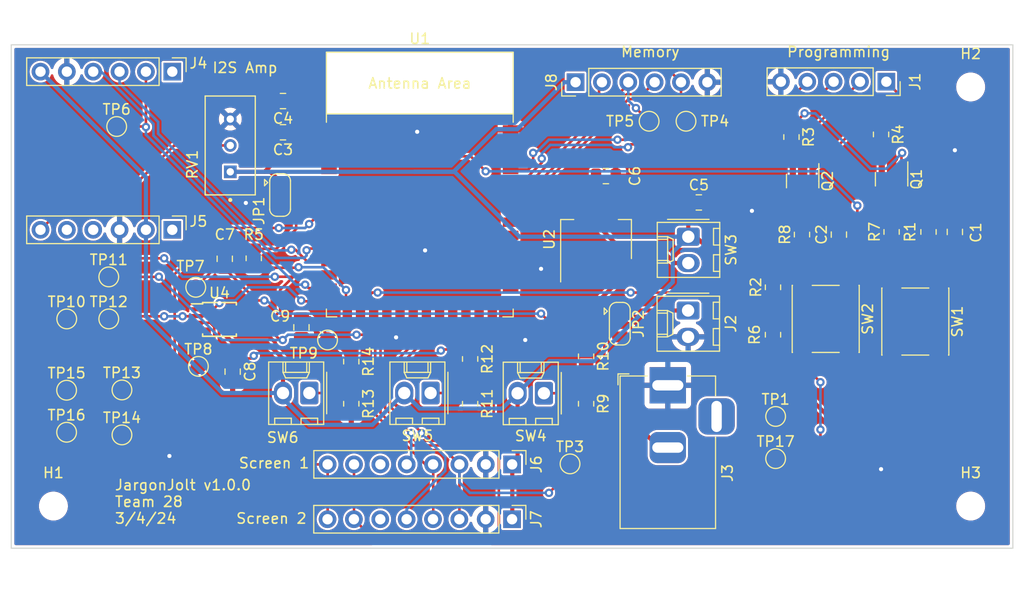
<source format=kicad_pcb>
(kicad_pcb (version 20221018) (generator pcbnew)
  (layers (0 "F.Cu" signal) (31 "B.Cu" signal) (34 "B.Paste" user) (35 "F.Paste" user) (36 "B.SilkS" user "B.Silkscreen") (37 "F.SilkS" user "F.Silkscreen") (38 "B.Mask" user) (39 "F.Mask" user) (44 "Edge.Cuts" user))
  (net 0 "")
  (net 1 "+3.3VA")
  (net 2 "GND")
  (net 3 "/MCU/CHIP_PU")
  (net 4 "/MCU/GPIO0_STRAP")
  (net 5 "Net-(Q1-B)")
  (net 6 "/MCU/RTS")
  (net 7 "Net-(Q1-C)")
  (net 8 "Net-(Q2-B)")
  (net 9 "/MCU/DTR")
  (net 10 "Net-(Q2-C)")
  (net 11 "Net-(JP1-C)")
  (net 12 "/MCU/GPIO3_STRAP")
  (net 13 "/MCU/GPIO46_STRAP")
  (net 14 "+3.3V")
  (net 15 "/MCU/BUTTON1")
  (net 16 "/MCU/BUTTON2")
  (net 18 "/MCU/BUTTON3")
  (net 19 "/MCU/I2S_LRCLK")
  (net 20 "/MCU/I2S_BCLK")
  (net 21 "/MCU/I2S_DATA")
  (net 22 "/MCU/HSPI_SCLK")
  (net 23 "/MCU/HSPI_MISO")
  (net 24 "/MCU/HSPI_MOSI")
  (net 25 "/MCU/GPIO45_STRAP")
  (net 26 "/MCU/WS")
  (net 27 "/MCU/DIN{slash}DOUT")
  (net 28 "/MCU/CS0")
  (net 29 "/MCU/CS1")
  (net 30 "/MCU/CS2")
  (net 31 "/MCU/VSPI_SCLK")
  (net 32 "/MCU/VSPI_MISO")
  (net 33 "/MCU/Tx")
  (net 34 "/MCU/Rx")
  (net 36 "/MCU/VSPI_MOSI")
  (net 37 "/User Interface/DC1")
  (net 38 "/MCU/RST")
  (net 39 "/MCU/BUSY")
  (net 40 "/User Interface/DC2")
  (net 41 "Net-(U4-1A)")
  (net 42 "Net-(U4-2A)")
  (net 43 "Net-(U4-3A)")
  (net 44 "/User Interface/SPK+")
  (net 45 "/User Interface/SD")
  (net 46 "/User Interface/NC")
  (net 47 "/User Interface/SPK-")
  (net 48 "Net-(R10-Pad2)")
  (net 49 "Net-(R11-Pad1)")
  (net 50 "Net-(R13-Pad1)")
  (net 51 "/Power/+3.7V")
  (net 52 "+12V")
  (net 62 "/Power/P_in")
  (net 63 "Net-(J5-Pin_6)")
  (footprint "TestPoint:TestPoint_Pad_D1.5mm" (layer "F.Cu") (at 121.158 88.406)
    (fp_text reference "TP11")
    (fp_text value "TestPoint")
  )
  (footprint "Resistor_SMD:R_0805_2012Metric" (layer "F.Cu") (at 155.98 100.632 -90)
    (fp_text reference "R11")
    (fp_text value "1M")
  )
  (footprint "MountingHole:MountingHole_2.2mm_M2" (layer "F.Cu") (at 115.824 110.49)
    (fp_text reference "H1")
    (fp_text value "MountingHole")
  )
  (footprint "TestPoint:TestPoint_Pad_D1.5mm" (layer "F.Cu") (at 129.54 89.408)
    (fp_text reference "TP7")
    (fp_text value "TestPoint")
  )
  (footprint "TestPoint:TestPoint_Pad_D1.5mm" (layer "F.Cu") (at 117.108 92.456)
    (fp_text reference "TP10")
    (fp_text value "TestPoint")
  )
  (footprint "TestPoint:TestPoint_Pad_D1.5mm" (layer "F.Cu") (at 165.608 106.426)
    (fp_text reference "TP3")
    (fp_text value "TestPoint")
  )
  (footprint "Capacitor_SMD:C_0805_2012Metric" (layer "F.Cu") (at 132.334 86.662 90)
    (fp_text reference "C7")
    (fp_text value "0.1uF")
  )
  (footprint "TestPoint:TestPoint_Pad_D1.5mm" (layer "F.Cu") (at 122.428 103.632)
    (fp_text reference "TP14")
    (fp_text value "TestPoint")
  )
  (footprint "Jumper:SolderJumper-3_P1.3mm_Open_RoundedPad1.0x1.5mm" (layer "F.Cu") (at 170.3995 92.916 -90)
    (fp_text reference "JP2")
    (fp_text value "SolderJumper_3_Open")
  )
  (footprint "TestPoint:TestPoint_Pad_D1.5mm" (layer "F.Cu") (at 117.094 103.378)
    (fp_text reference "TP16")
    (fp_text value "TestPoint")
  )
  (footprint "Connector_PinHeader_2.54mm:PinHeader_1x06_P2.54mm_Vertical" (layer "F.Cu") (at 127.278 83.868 -90)
    (fp_text reference "J5")
    (fp_text value "Conn_01x06")
  )
  (footprint "Jumper:SolderJumper-3_P1.3mm_Open_RoundedPad1.0x1.5mm" (layer "F.Cu") (at 137.668 80.518 -90)
    (fp_text reference "JP1")
    (fp_text value "SolderJumper_3_Open")
  )
  (footprint "TestPoint:TestPoint_Pad_D1.5mm" (layer "F.Cu") (at 173.228 73.406)
    (fp_text reference "TP5")
    (fp_text value "TestPoint")
  )
  (footprint "Resistor_SMD:R_0805_2012Metric" (layer "F.Cu") (at 195.58 74.676 -90)
    (fp_text reference "R4")
    (fp_text value "R")
  )
  (footprint "Connector_BarrelJack:BarrelJack_Horizontal" (layer "F.Cu") (at 175.03 98.854 90)
    (fp_text reference "J3")
    (fp_text value "Conn_01x02")
  )
  (footprint "Capacitor_SMD:C_0805_2012Metric" (layer "F.Cu") (at 191.516 84.328 90)
    (fp_text reference "C2")
    (fp_text value "C")
  )
  (footprint "TestPoint:TestPoint_Pad_D1.5mm" (layer "F.Cu") (at 142.24 94.488)
    (fp_text reference "TP9")
    (fp_text value "TestPoint")
  )
  (footprint "Capacitor_SMD:C_0805_2012Metric" (layer "F.Cu") (at 137.946 71.46 180)
    (fp_text reference "C4")
    (fp_text value "C")
  )
  (footprint "MountingHole:MountingHole_2.2mm_M2" (layer "F.Cu") (at 204.216 70.104)
    (fp_text reference "H2")
    (fp_text value "MountingHole")
  )
  (footprint "TestPoint:TestPoint_Pad_D1.5mm" (layer "F.Cu") (at 185.42 105.918)
    (fp_text reference "TP17")
    (fp_text value "TestPoint")
  )
  (footprint "Package_TO_SOT_SMD:SOT-23" (layer "F.Cu") (at 196.596 78.994 -90)
    (fp_text reference "Q1")
    (fp_text value "SS8050-G")
  )
  (footprint "Espressif:ESP32-S3-WROOM-1" (layer "F.Cu") (at 151.13 82.506)
    (fp_text reference "U1")
    (fp_text value "ESP32-S3-WROOM-1-N16R2")
  )
  (footprint "Connector_PinHeader_2.54mm:PinHeader_1x06_P2.54mm_Vertical" (layer "F.Cu") (at 166.14 69.644 90)
    (fp_text reference "J8")
    (fp_text value "Conn_01x06")
  )
  (footprint "Resistor_SMD:R_0805_2012Metric" (layer "F.Cu") (at 186.944 74.93 -90)
    (fp_text reference "R3")
    (fp_text value "R")
  )
  (footprint "Resistor_SMD:R_0805_2012Metric" (layer "F.Cu") (at 200.152 84.074 -90)
    (fp_text reference "R1")
    (fp_text value "R")
  )
  (footprint "Button_Switch_SMD:SW_Push_1P1T_NO_6x6mm_H9.5mm" (layer "F.Cu") (at 198.882 92.71 -90)
    (fp_text reference "SW1")
    (fp_text value "SW_Push")
  )
  (footprint "Package_TO_SOT_SMD:SOT-223-3_TabPin2" (layer "F.Cu") (at 168.1135 84.788 90)
    (fp_text reference "U2")
    (fp_text value "ADP3339")
  )
  (footprint "Resistor_SMD:R_0805_2012Metric" (layer "F.Cu") (at 196.596 84.074 90)
    (fp_text reference "R7")
    (fp_text value "R")
  )
  (footprint "Button_Switch_SMD:SW_Push_1P1T_NO_6x6mm_H9.5mm" (layer "F.Cu") (at 190.246 92.456 -90)
    (fp_text reference "SW2")
    (fp_text value "SW_Push")
  )
  (footprint "Connector_Molex:Molex_KK-254_AE-6410-02A_1x02_P2.54mm_Vertical" (layer "F.Cu") (at 152.17 99.596 180)
    (fp_text reference "SW5")
    (fp_text value "SW_Push")
  )
  (footprint "Capacitor_SMD:C_0805_2012Metric" (layer "F.Cu") (at 133.096 97.536 -90)
    (fp_text reference "C8")
    (fp_text value "0.1uF")
  )
  (footprint "TestPoint:TestPoint_Pad_D1.5mm" (layer "F.Cu") (at 176.784 73.406)
    (fp_text reference "TP4")
    (fp_text value "TestPoint")
  )
  (footprint "Capacitor_SMD:C_0805_2012Metric" (layer "F.Cu") (at 139.724 93.266 -90)
    (fp_text reference "C9")
    (fp_text value "0.1uF")
  )
  (footprint "Connector_PinHeader_2.54mm:PinHeader_1x06_P2.54mm_Vertical" (layer "F.Cu") (at 127.278 68.628 -90)
    (fp_text reference "J4")
    (fp_text value "Conn_01x06")
  )
  (footprint "Capacitor_SMD:C_0805_2012Metric" (layer "F.Cu") (at 202.692 84.074 90)
    (fp_text reference "C1")
    (fp_text value "C")
  )
  (footprint "Resistor_SMD:R_0805_2012Metric" (layer "F.Cu") (at 167.156 96.06 -90)
    (fp_text reference "R10")
    (fp_text value "1k")
  )
  (footprint "Connector_PinHeader_2.54mm:PinHeader_1x08_P2.54mm_Vertical" (layer "F.Cu") (at 160.02 111.76 -90)
    (fp_text reference "J7")
    (fp_text value "Conn_01x08")
  )
  (footprint "Resistor_SMD:R_0805_2012Metric" (layer "F.Cu") (at 187.96 84.328 90)
    (fp_text reference "R8")
    (fp_text value "R")
  )
  (footprint "Package_TO_SOT_SMD:SOT-23" (layer "F.Cu") (at 188.026 79.1695 -90)
    (fp_text reference "Q2")
    (fp_text value "SS8050-G")
  )
  (footprint "Connector_PinSocket_2.54mm:PinSocket_1x05_P2.54mm_Vertical" (layer "F.Cu") (at 196.088 69.596 -90)
    (fp_text reference "J1")
    (fp_text value "Conn_01x05")
  )
  (footprint "Resistor_SMD:R_0805_2012Metric" (layer "F.Cu") (at 167.156 100.632 -90)
    (fp_text reference "R9")
    (fp_text value "1M")
  )
  (footprint "Resistor_SMD:R_0805_2012Metric" (layer "F.Cu") (at 185.166 89.408 90)
    (fp_text reference "R2")
    (fp_text value "R")
  )
  (footprint "Resistor_SMD:R_0805_2012Metric" (layer "F.Cu") (at 144.526 100.632 -90)
    (fp_text reference "R13")
    (fp_text value "1M")
  )
  (footprint "Connector_Molex:Molex_KK-254_AE-6410-02A_1x02_P2.54mm_Vertical" (layer "F.Cu") (at 163.092 99.616 180)
    (fp_text reference "SW4")
    (fp_text value "SW_Push")
  )
  (footprint "TestPoint:TestPoint_Pad_D1.5mm" (layer "F.Cu") (at 121.92 73.914)
    (fp_text reference "TP6")
    (fp_text value "TestPoint")
  )
  (footprint "MountingHole:MountingHole_2.2mm_M2" (layer "F.Cu") (at 204.216 110.49)
    (fp_text reference "H3")
    (fp_text value "MountingHole")
  )
  (footprint "Connector_Molex:Molex_KK-254_AE-6410-02A_1x02_P2.54mm_Vertical" (layer "F.Cu") (at 140.486 99.596 180)
    (fp_text reference "SW6")
    (fp_text value "SW_Push")
  )
  (footprint "TestPoint:TestPoint_Pad_D1.5mm" (layer "F.Cu") (at 185.42 101.854)
    (fp_text reference "TP1")
    (fp_text value "TestPoint")
  )
  (footprint "Resistor_SMD:R_0805_2012Metric" (layer "F.Cu") (at 185.166 93.98 -90)
    (fp_text reference "R6")
    (fp_text value "1k")
  )
  (footprint "TestPoint:TestPoint_Pad_D1.5mm" (layer "F.Cu") (at 121.158 92.456)
    (fp_text reference "TP12")
    (fp_text value "TestPoint")
  )
  (footprint "Connector_Molex:Molex_KK-254_AE-6410-02A_1x02_P2.54mm_Vertical" (layer "F.Cu") (at 177.0035 84.534 -90)
    (fp_text reference "SW3")
    (fp_text value "SW_DIP_x01")
  )
  (footprint "Package_SO:TSSOP-8_3x3mm_P0.65mm" (layer "F.Cu") (at 131.826 92.504)
    (fp_text reference "U4")
    (fp_text value "74LVC3G17DP_125")
  )
  (footprint "TestPoint:TestPoint_Pad_D1.5mm" (layer "F.Cu") (at 117.094 99.328)
    (fp_text reference "TP15")
    (fp_text value "TestPoint")
  )
  (footprint "Connector_Molex:Molex_KK-254_AE-6410-02A_1x02_P2.54mm_Vertical" (layer "F.Cu") (at 176.9835 91.646 -90)
    (fp_text reference "J2")
    (fp_text value "Conn_01x02")
  )
  (footprint "Capacitor_SMD:C_0805_2012Metric" (layer "F.Cu") (at 169.0635 78.692)
    (fp_text reference "C6")
    (fp_text value "C")
  )
  (footprint "TestPoint:TestPoint_Pad_D1.5mm" (layer "F.Cu") (at 122.428 99.3)
    (fp_text reference "TP13")
    (fp_text value "TestPoint")
  )
  (footprint "Connector_PinHeader_2.54mm:PinHeader_1x08_P2.54mm_Vertical" (layer "F.Cu") (at 160.029 106.474 -90)
    (fp_text reference "J6")
    (fp_text value "Conn_01x08")
  )
  (footprint "Capacitor_SMD:C_0805_2012Metric" (layer "F.Cu") (at 137.946 74.47 180)
    (fp_text reference "C3")
    (fp_text value "C")
  )
  (footprint "Resistor_SMD:R_0805_2012Metric" (layer "F.Cu") (at 135.128 86.614 -90)
    (fp_text reference "R5")
    (fp_text value "R")
  )
  (footprint "Espressif:TRIM_3296W-1-104LF" (layer "F.Cu") (at 132.866 75.74 90)
    (fp_text reference "RV1")
    (fp_text value "100k_Potentiometer")
  )
  (footprint "Capacitor_SMD:C_0805_2012Metric" (layer "F.Cu") (at 178.0195 81.232)
    (fp_text reference "C5")
    (fp_text value "C")
  )
  (footprint "Resistor_SMD:R_0805_2012Metric" (layer "F.Cu") (at 155.98 96.314 -90)
    (fp_text reference "R12")
    (fp_text value "1k")
  )
  (footprint "TestPoint:TestPoint_Pad_D1.5mm" (layer "F.Cu") (at 129.794 97.028)
    (fp_text reference "TP8")
    (fp_text value "TestPoint")
  )
  (footprint "Resistor_SMD:R_0805_2012Metric" (layer "F.Cu") (at 144.526 96.568 -90)
    (fp_text reference "R14")
    (fp_text value "1k")
  )
  (gr_line (start 208.28 114.554) (end 111.76 114.554) (stroke (width 0.1)) (layer "Edge.Cuts"))
  (gr_line (start 208.28 66.04) (end 208.28 114.554) (stroke (width 0.1)) (layer "Edge.Cuts"))
  (gr_line (start 111.76 114.554) (end 111.76 66.04) (stroke (width 0.1)) (layer "Edge.Cuts"))
  (gr_line (start 111.76 66.04) (end 208.28 66.04) (stroke (width 0.1)) (layer "Edge.Cuts"))
  (gr_text "Memory\n" (at 170.434 67.31) (layer "F.SilkS") (effects (font (size 1 1)) (justify left bottom)))
  (gr_text "JargonJolt v1.0.0\nTeam 28\n3/4/24" (at 121.666 112.268) (layer "F.SilkS") (effects (font (size 1 1)) (justify left bottom)))
  (gr_text "Programming\n" (at 186.436 67.31) (layer "F.SilkS") (effects (font (size 1 1)) (justify left bottom)))
  (gr_text "I2S Amp\n" (at 131.064 68.834) (layer "F.SilkS") (effects (font (size 1 1)) (justify left bottom)))
  (gr_text "Screen 1\n" (at 133.604 106.934) (layer "F.SilkS") (effects (font (size 1 1)) (justify left bottom)))
  (gr_text "Screen 2\n" (at 133.35 112.268) (layer "F.SilkS") (effects (font (size 1 1)) (justify left bottom)))
  (segment (start 136.73 78.28) (end 137.668 79.218) (width 0.4) (layer "F.Cu") (net 1))
  (segment (start 183.5385 90.3205) (end 185.166 90.3205) (width 0.4) (layer "F.Cu") (net 1))
  (segment (start 132.334 93.98) (end 133.096 94.742) (width 0.4) (layer "F.Cu") (net 1))
  (segment (start 187.192417 98.557583) (end 186.266 97.631166) (width 0.4) (layer "F.Cu") (net 1))
  (segment (start 133.976 91.529) (end 133.076 91.529) (width 0.4) (layer "F.Cu") (net 1))
  (segment (start 201.422 80.772) (end 205.232 80.772) (width 0.4) (layer "F.Cu") (net 1))
  (segment (start 139.942 75.516) (end 138.896 74.47) (width 0.4) (layer "F.Cu") (net 1))
  (segment (start 138.896 71.46) (end 138.896 74.47) (width 0.4) (layer "F.Cu") (net 1))
  (segment (start 160.552 99.616) (end 160.552 105.951) (width 0.4) (layer "F.Cu") (net 1))
  (segment (start 186.266 94.1675) (end 185.166 93.0675) (width 0.4) (layer "F.Cu") (net 1))
  (segment (start 185.42 101.854) (end 187.192417 100.081583) (width 0.4) (layer "F.Cu") (net 1))
  (segment (start 177.752 84.534) (end 183.5385 90.3205) (width 0.4) (layer "F.Cu") (net 1))
  (segment (start 138.896 75.552) (end 138.896 74.47) (width 0.4) (layer "F.Cu") (net 1))
  (segment (start 160.044 111.736) (end 160.044 106.489) (width 0.4) (layer "F.Cu") (net 1))
  (segment (start 205.232 80.772) (end 205.994 81.534) (width 0.4) (layer "F.Cu") (net 1))
  (segment (start 136.168 78.28) (end 136.73 78.28) (width 0.4) (layer "F.Cu") (net 1))
  (segment (start 160.044 106.489) (end 160.029 106.474) (width 0.4) (layer "F.Cu") (net 1))
  (segment (start 200.406 102.108) (end 190.742834 102.108) (width 0.4) (layer "F.Cu") (net 1))
  (segment (start 136.398 94.742) (end 137.946 96.29) (width 0.4) (layer "F.Cu") (net 1))
  (segment (start 136.168 78.28) (end 138.896 75.552) (width 0.4) (layer "F.Cu") (net 1))
  (segment (start 177.0035 84.534) (end 177.0035 81.298) (width 0.4) (layer "F.Cu") (net 1))
  (segment (start 187.192417 100.081583) (end 187.192417 98.557583) (width 0.4) (layer "F.Cu") (net 1))
  (segment (start 205.994 81.534) (end 205.994 96.52) (width 0.4) (layer "F.Cu") (net 1))
  (segment (start 177.0035 81.298) (end 177.0695 81.232) (width 0.4) (layer "F.Cu") (net 1))
  (segment (start 200.152 83.1615) (end 200.152 82.042) (width 0.4) (layer "F.Cu") (net 1))
  (segment (start 186.266 97.631166) (end 186.266 94.1675) (width 0.4) (layer "F.Cu") (net 1))
  (segment (start 132.334 92.271) (end 132.334 93.98) (width 0.4) (layer "F.Cu") (net 1))
  (segment (start 132.866 78.28) (end 136.168 78.28) (width 0.4) (layer "F.Cu") (net 1))
  (segment (start 137.946 96.29) (end 137.946 99.596) (width 0.4) (layer "F.Cu") (net 1))
  (segment (start 133.096 94.742) (end 136.398 94.742) (width 0.4) (layer "F.Cu") (net 1))
  (segment (start 185.166 90.3205) (end 185.166 93.0675) (width 0.4) (layer "F.Cu") (net 1))
  (segment (start 190.742834 102.108) (end 187.192417 98.557583) (width 0.4) (layer "F.Cu") (net 1))
  (segment (start 200.152 82.042) (end 201.422 80.772) (width 0.4) (layer "F.Cu") (net 1))
  (segment (start 133.076 91.529) (end 132.334 92.271) (width 0.4) (layer "F.Cu") (net 1))
  (segment (start 177.0035 84.534) (end 177.752 84.534) (width 0.4) (layer "F.Cu") (net 1))
  (segment (start 160.552 105.951) (end 160.029 106.474) (width 0.4) (layer "F.Cu") (net 1))
  (segment (start 138.8345 71.3985) (end 138.896 71.46) (width 0.4) (layer "F.Cu") (net 1))
  (segment (start 142.38 75.516) (end 139.942 75.516) (width 0.4) (layer "F.Cu") (net 1))
  (segment (start 205.994 96.52) (end 200.406 102.108) (width 0.4) (layer "F.Cu") (net 1))
  (segment (start 160.02 111.76) (end 160.044 111.736) (width 0.4) (layer "F.Cu") (net 1))
  (segment (start 160.552 99.616) (end 159.077 101.091) (width 0.4) (layer "B.Cu") (net 1))
  (segment (start 159.077 101.091) (end 151.125 101.091) (width 0.4) (layer "B.Cu") (net 1))
  (segment (start 146.562 102.664) (end 140.486 102.664) (width 0.4) (layer "B.Cu") (net 1))
  (segment (start 151.125 101.091) (end 149.63 99.596) (width 0.4) (layer "B.Cu") (net 1))
  (segment (start 124.738 92.226) (end 124.738 83.868) (width 0.4) (layer "B.Cu") (net 1))
  (segment (start 150.622 78.28) (end 132.866 78.28) (width 0.4) (layer "B.Cu") (net 1))
  (segment (start 175.5085 86.029) (end 175.5085 88.9055) (width 0.4) (layer "B.Cu") (net 1))
  (segment (start 177.0035 84.534) (end 177.0035 84.0635) (width 0.4) (layer "B.Cu") (net 1))
  (segment (start 167.894 96.52) (end 163.648 96.52) (width 0.4) (layer "B.Cu") (net 1))
  (segment (start 149.63 99.596) (end 146.562 102.664) (width 0.4) (layer "B.Cu") (net 1))
  (segment (start 158.496 74.168) (end 154.384 78.28) (width 0.4) (layer "B.Cu") (net 1))
  (segment (start 160.528 74.168) (end 158.496 74.168) (width 0.4) (layer "B.Cu") (net 1))
  (segment (start 137.946 100.124) (end 137.946 99.596) (width 0.4) (layer "B.Cu") (net 1))
  (segment (start 177.0035 84.534) (end 175.5085 86.029) (width 0.4) (layer "B.Cu") (net 1))
  (segment (start 154.48 78.28) (end 150.622 78.28) (width 0.4) (layer "B.Cu") (net 1))
  (segment (start 140.486 102.664) (end 137.946 100.124) (width 0.4) (layer "B.Cu") (net 1))
  (segment (start 154.384 78.28) (end 150.622 78.28) (width 0.4) (layer "B.Cu") (net 1))
  (segment (start 160.734 84.534) (end 154.48 78.28) (width 0.4) (layer "B.Cu") (net 1))
  (segment (start 132.108 99.596) (end 124.738 92.226) (width 0.4) (layer "B.Cu") (net 1))
  (segment (start 166.14 69.644) (end 165.052 69.644) (width 0.4) (layer "B.Cu") (net 1))
  (segment (start 175.5085 88.9055) (end 167.894 96.52) (width 0.4) (layer "B.Cu") (net 1))
  (segment (start 149.63 99.596) (end 149.396 99.596) (width 0.4) (layer "B.Cu") (net 1))
  (segment (start 124.738 83.868) (end 124.738 78.788) (width 0.4) (layer "B.Cu") (net 1))
  (segment (start 165.052 69.644) (end 160.528 74.168) (width 0.4) (layer "B.Cu") (net 1))
  (segment (start 163.648 96.52) (end 160.552 99.616) (width 0.4) (layer "B.Cu") (net 1))
  (segment (start 124.738 78.788) (end 114.578 68.628) (width 0.4) (layer "B.Cu") (net 1))
  (segment (start 177.0035 84.534) (end 160.734 84.534) (width 0.4) (layer "B.Cu") (net 1))
  (segment (start 137.946 99.596) (end 132.108 99.596) (width 0.4) (layer "B.Cu") (net 1))
  (segment (start 175.03 98.854) (end 175.03 98.8465) (width 0.4) (layer "F.Cu") (net 2))
  (via (at 183.134 82.042) (size 0.8) (drill 0.4) (layers "F.Cu" "B.Cu") (net 2))
  (via (at 151.638 85.852) (size 0.8) (drill 0.4) (layers "F.Cu" "B.Cu") (net 2))
  (via (at 195.58 106.934) (size 0.8) (drill 0.4) (layers "F.Cu" "B.Cu") (net 2))
  (via (at 127 105.664) (size 0.8) (drill 0.4) (layers "F.Cu" "B.Cu") (net 2))
  (via (at 161.29 94.488) (size 0.8) (drill 0.4) (layers "F.Cu" "B.Cu") (net 2))
  (via (at 148.844 94.234) (size 0.8) (drill 0.4) (layers "F.Cu" "B.Cu") (net 2))
  (via (at 150.876 74.422) (size 0.8) (drill 0.4) (layers "F.Cu" "B.Cu") (net 2))
  (via (at 134.366 81.28) (size 0.8) (drill 0.4) (layers "F.Cu" "B.Cu") (net 2))
  (via (at 162.814 87.63) (size 0.8) (drill 0.4) (layers "F.Cu" "B.Cu") (net 2))
  (via (at 202.692 76.2) (size 0.8) (drill 0.4) (layers "F.Cu" "B.Cu") (net 2))
  (segment (start 196.596 88.699) (end 196.632 88.735) (width 0.25) (layer "F.Cu") (net 3))
  (segment (start 193.294 81.534) (end 193.294 82.37125) (width 0.25) (layer "F.Cu") (net 3))
  (segment (start 196.596 84.9865) (end 202.6545 84.9865) (width 0.25) (layer "F.Cu") (net 3))
  (segment (start 156.034 76.786) (end 142.38 76.786) (width 0.25) (layer "F.Cu") (net 3))
  (segment (start 196.596 84.9865) (end 196.596 88.699) (width 0.25) (layer "F.Cu") (net 3))
  (segment (start 157.48 78.232) (end 156.034 76.786) (width 0.25) (layer "F.Cu") (net 3))
  (segment (start 202.6545 84.9865) (end 202.692 85.024) (width 0.25) (layer "F.Cu") (net 3))
  (segment (start 193.294 82.37125) (end 195.90925 84.9865) (width 0.25) (layer "F.Cu") (net 3))
  (segment (start 196.632 88.735) (end 196.632 96.685) (width 0.25) (layer "F.Cu") (net 3))
  (segment (start 195.90925 84.9865) (end 196.596 84.9865) (width 0.25) (layer "F.Cu") (net 3))
  (via (at 193.294 81.534) (size 0.8) (drill 0.4) (layers "F.Cu" "B.Cu") (net 3))
  (via (at 157.48 78.232) (size 0.8) (drill 0.4) (layers "F.Cu" "B.Cu") (net 3))
  (segment (start 189.992 78.232) (end 193.294 81.534) (width 0.25) (layer "B.Cu") (net 3))
  (segment (start 157.48 78.232) (end 189.992 78.232) (width 0.25) (layer "B.Cu") (net 3))
  (segment (start 187.996 85.2765) (end 187.96 85.2405) (width 0.25) (layer "F.Cu") (net 4))
  (segment (start 168.402 93.726) (end 168.91 94.234) (width 0.25) (layer "F.Cu") (net 4))
  (segment (start 185.1805 88.481) (end 185.166 88.4955) (width 0.25) (layer "F.Cu") (net 4))
  (segment (start 187.996 88.481) (end 187.996 85.2765) (width 0.25) (layer "F.Cu") (net 4))
  (segment (start 159.88 90.756) (end 165.432 90.756) (width 0.25) (layer "F.Cu") (net 4))
  (segment (start 165.432 90.756) (end 168.402 93.726) (width 0.25) (layer "F.Cu") (net 4))
  (segment (start 168.91 104.902) (end 168.91 105.918) (width 0.25) (layer "F.Cu") (net 4))
  (segment (start 187.996 88.481) (end 185.1805 88.481) (width 0.25) (layer "F.Cu") (net 4))
  (segment (start 171.45 108.458) (end 186.436 108.458) (width 0.25) (layer "F.Cu") (net 4))
  (segment (start 189.738 98.552) (end 187.996 96.81) (width 0.25) (layer "F.Cu") (net 4))
  (segment (start 187.996 96.431) (end 187.996 88.481) (width 0.25) (layer "F.Cu") (net 4))
  (segment (start 186.436 108.458) (end 189.738 105.156) (width 0.25) (layer "F.Cu") (net 4))
  (segment (start 168.91 94.234) (end 168.91 104.902) (width 0.25) (layer "F.Cu") (net 4))
  (segment (start 189.738 105.156) (end 189.738 103.124) (width 0.25) (layer "F.Cu") (net 4))
  (segment (start 187.996 96.81) (end 187.996 96.431) (width 0.25) (layer "F.Cu") (net 4))
  (segment (start 191.4785 85.2405) (end 191.516 85.278) (width 0.25) (layer "F.Cu") (net 4))
  (segment (start 187.96 85.2405) (end 191.4785 85.2405) (width 0.25) (layer "F.Cu") (net 4))
  (segment (start 168.91 105.918) (end 171.45 108.458) (width 0.25) (layer "F.Cu") (net 4))
  (via (at 189.738 103.124) (size 0.8) (drill 0.4) (layers "F.Cu" "B.Cu") (net 4))
  (via (at 189.738 98.552) (size 0.8) (drill 0.4) (layers "F.Cu" "B.Cu") (net 4))
  (segment (start 189.738 103.124) (end 189.738 98.552) (width 0.25) (layer "B.Cu") (net 4))
  (segment (start 197.546 76.52) (end 197.546 78.0565) (width 0.25) (layer "F.Cu") (net 5))
  (segment (start 186.944 74.0175) (end 186.944 73.914) (width 0.25) (layer "F.Cu") (net 5))
  (segment (start 197.612 76.454) (end 197.546 76.52) (width 0.25) (layer "F.Cu") (net 5))
  (segment (start 186.944 73.914) (end 188.214 72.644) (width 0.25) (layer "F.Cu") (net 5))
  (via (at 197.612 76.454) (size 0.8) (drill 0.4) (layers "F.Cu" "B.Cu") (net 5))
  (via (at 188.214 72.644) (size 0.8) (drill 0.4) (layers "F.Cu" "B.Cu") (net 5))
  (segment (start 194.564 77.978) (end 189.23 72.644) (width 0.25) (layer "B.Cu") (net 5))
  (segment (start 197.612 76.454) (end 196.088 77.978) (width 0.25) (layer "B.Cu") (net 5))
  (segment (start 196.088 77.978) (end 194.564 77.978) (width 0.25) (layer "B.Cu") (net 5))
  (segment (start 189.23 72.644) (end 188.214 72.644) (width 0.25) (layer "B.Cu") (net 5))
  (segment (start 197.866 73.86225) (end 197.866 71.374) (width 0.25) (layer "F.Cu") (net 6))
  (segment (start 195.646 75.6545) (end 195.58 75.5885) (width 0.25) (layer "F.Cu") (net 6))
  (segment (start 197.866 71.374) (end 196.088 69.596) (width 0.25) (layer "F.Cu") (net 6))
  (segment (start 195.646 78.0565) (end 195.646 75.6545) (width 0.25) (layer "F.Cu") (net 6))
  (segment (start 195.58 75.5885) (end 196.13975 75.5885) (width 0.25) (layer "F.Cu") (net 6))
  (segment (start 196.13975 75.5885) (end 197.866 73.86225) (width 0.25) (layer "F.Cu") (net 6))
  (segment (start 196.596 79.9315) (end 196.596 83.1615) (width 0.25) (layer "F.Cu") (net 7))
  (segment (start 193.4445 73.7635) (end 195.58 73.7635) (width 0.25) (layer "F.Cu") (net 8))
  (segment (start 188.976 78.232) (end 193.4445 73.7635) (width 0.25) (layer "F.Cu") (net 8))
  (segment (start 187.3015 75.8425) (end 193.548 69.596) (width 0.25) (layer "F.Cu") (net 9))
  (segment (start 186.944 75.8425) (end 187.3015 75.8425) (width 0.25) (layer "F.Cu") (net 9))
  (segment (start 186.944 75.8425) (end 186.944 78.1) (width 0.25) (layer "F.Cu") (net 9))
  (segment (start 186.944 78.1) (end 187.076 78.232) (width 0.25) (layer "F.Cu") (net 9))
  (segment (start 188.026 83.3495) (end 187.96 83.4155) (width 0.25) (layer "F.Cu") (net 10))
  (segment (start 188.026 80.107) (end 188.026 83.3495) (width 0.25) (layer "F.Cu") (net 10))
  (segment (start 138.938 80.518) (end 137.668 80.518) (width 0.25) (layer "F.Cu") (net 11))
  (segment (start 137.3105 85.7015) (end 139.216 83.796) (width 0.25) (layer "F.Cu") (net 11))
  (segment (start 139.216 83.796) (end 139.216 80.796) (width 0.25) (layer "F.Cu") (net 11))
  (segment (start 135.128 85.7015) (end 137.3105 85.7015) (width 0.25) (layer "F.Cu") (net 11))
  (segment (start 139.216 80.796) (end 138.938 80.518) (width 0.25) (layer "F.Cu") (net 11))
  (segment (start 139.3905 87.5265) (end 135.128 87.5265) (width 0.25) (layer "F.Cu") (net 12))
  (segment (start 144.018 91.879) (end 144.145 92.006) (width 0.25) (layer "F.Cu") (net 12))
  (segment (start 144.018 89.662) (end 144.018 91.879) (width 0.25) (layer "F.Cu") (net 12))
  (segment (start 139.446 87.471) (end 139.3905 87.5265) (width 0.25) (layer "F.Cu") (net 12))
  (via (at 144.018 89.662) (size 0.8) (drill 0.4) (layers "F.Cu" "B.Cu") (net 12))
  (via (at 139.446 87.471) (size 0.8) (drill 0.4) (layers "F.Cu" "B.Cu") (net 12))
  (segment (start 139.446 87.471) (end 141.827 87.471) (width 0.25) (layer "B.Cu") (net 12))
  (segment (start 141.827 87.471) (end 144.018 89.662) (width 0.25) (layer "B.Cu") (net 12))
  (segment (start 147.066 89.916) (end 146.558 89.916) (width 0.25) (layer "F.Cu") (net 13))
  (segment (start 185.0625 94.8925) (end 180.086 89.916) (width 0.25) (layer "F.Cu") (net 13))
  (segment (start 146.558 89.916) (end 145.415 91.059) (width 0.25) (layer "F.Cu") (net 13))
  (segment (start 145.415 91.059) (end 145.415 92.006) (width 0.25) (layer "F.Cu") (net 13))
  (segment (start 180.086 89.916) (end 172.466 89.916) (width 0.25) (layer "F.Cu") (net 13))
  (segment (start 185.166 94.8925) (end 185.0625 94.8925) (width 0.25) (layer "F.Cu") (net 13))
  (segment (start 172.466 89.916) (end 171.45 89.916) (width 0.25) (layer "F.Cu") (net 13))
  (via (at 171.45 89.916) (size 0.8) (drill 0.4) (layers "F.Cu" "B.Cu") (net 13))
  (via (at 147.066 89.916) (size 0.8) (drill 0.4) (layers "F.Cu" "B.Cu") (net 13))
  (segment (start 171.45 89.916) (end 147.066 89.916) (width 0.25) (layer "B.Cu") (net 13))
  (segment (start 168.1135 87.938) (end 168.1135 86.9745) (width 0.4) (layer "F.Cu") (net 14))
  (segment (start 175.696 87.074) (end 177.0035 87.074) (width 0.4) (layer "F.Cu") (net 14))
  (segment (start 173.76 85.138) (end 175.696 87.074) (width 0.4) (layer "F.Cu") (net 14))
  (segment (start 168.1135 83.3015) (end 168.1135 81.638) (width 0.4) (layer "F.Cu") (net 14))
  (segment (start 168.1135 81.638) (end 168.1135 78.692) (width 0.4) (layer "F.Cu") (net 14))
  (segment (start 169.95 85.138) (end 173.76 85.138) (width 0.4) (layer "F.Cu") (net 14))
  (segment (start 169.95 85.138) (end 168.1135 83.3015) (width 0.4) (layer "F.Cu") (net 14))
  (segment (start 168.1135 86.9745) (end 169.95 85.138) (width 0.4) (layer "F.Cu") (net 14))
  (segment (start 133.976 92.179) (end 137.183 92.179) (width 0.25) (layer "F.Cu") (net 15))
  (segment (start 137.668 91.694) (end 137.668 89.662) (width 0.25) (layer "F.Cu") (net 15))
  (segment (start 126.492 86.614) (end 118.364 86.614) (width 0.25) (layer "F.Cu") (net 15))
  (segment (start 139.114 88.216) (end 138.938 88.392) (width 0.25) (layer "F.Cu") (net 15))
  (segment (start 117.108 87.87) (end 117.108 92.456) (width 0.25) (layer "F.Cu") (net 15))
  (segment (start 139.114 88.216) (end 142.38 88.216) (width 0.25) (layer "F.Cu") (net 15))
  (segment (start 137.183 92.179) (end 137.668 91.694) (width 0.25) (layer "F.Cu") (net 15))
  (segment (start 118.364 86.614) (end 117.108 87.87) (width 0.25) (layer "F.Cu") (net 15))
  (segment (start 137.668 89.662) (end 139.114 88.216) (width 0.25) (layer "F.Cu") (net 15))
  (segment (start 138.938 88.392) (end 137.16 88.392) (width 0.25) (layer "F.Cu") (net 15))
  (via (at 137.16 88.392) (size 0.8) (drill 0.4) (layers "F.Cu" "B.Cu") (net 15))
  (via (at 126.492 86.614) (size 0.8) (drill 0.4) (layers "F.Cu" "B.Cu") (net 15))
  (segment (start 128.27 88.392) (end 126.492 86.614) (width 0.25) (layer "B.Cu") (net 15))
  (segment (start 137.16 88.392) (end 128.27 88.392) (width 0.25) (layer "B.Cu") (net 15))
  (segment (start 146.685 93.006) (end 145.711 93.98) (width 0.25) (layer "F.Cu") (net 16))
  (segment (start 145.711 93.98) (end 145.034 93.98) (width 0.25) (layer "F.Cu") (net 16))
  (segment (start 137.668 94.488) (end 137.414 94.234) (width 0.25) (layer "F.Cu") (net 16))
  (segment (start 133.976 93.479) (end 136.659 93.479) (width 0.25) (layer "F.Cu") (net 16))
  (segment (start 146.685 92.006) (end 146.685 93.006) (width 0.25) (layer "F.Cu") (net 16))
  (segment (start 136.659 93.479) (end 137.414 94.234) (width 0.25) (layer "F.Cu") (net 16))
  (segment (start 137.922 94.488) (end 137.668 94.488) (width 0.25) (layer "F.Cu") (net 16))
  (segment (start 125.97 88.406) (end 121.158 88.406) (width 0.25) (layer "F.Cu") (net 16))
  (segment (start 125.984 88.392) (end 125.97 88.406) (width 0.25) (layer "F.Cu") (net 16))
  (via (at 137.922 94.488) (size 0.8) (drill 0.4) (layers "F.Cu" "B.Cu") (net 16))
  (via (at 145.034 93.98) (size 0.8) (drill 0.4) (layers "F.Cu" "B.Cu") (net 16))
  (via (at 125.984 88.392) (size 0.8) (drill 0.4) (layers "F.Cu" "B.Cu") (net 16))
  (segment (start 138.43 93.98) (end 137.922 94.488) (width 0.25) (layer "B.Cu") (net 16))
  (segment (start 145.034 93.98) (end 138.43 93.98) (width 0.25) (layer "B.Cu") (net 16))
  (segment (start 132.08 94.488) (end 137.922 94.488) (width 0.25) (layer "B.Cu") (net 16))
  (segment (start 125.984 88.392) (end 132.08 94.488) (width 0.25) (layer "B.Cu") (net 16))
  (segment (start 131.826 90.932) (end 130.579 92.179) (width 0.25) (layer "F.Cu") (net 18))
  (segment (start 129.653 92.202) (end 129.676 92.179) (width 0.25) (layer "F.Cu") (net 18))
  (segment (start 139.778 90.756) (end 142.38 90.756) (width 0.25) (layer "F.Cu") (net 18))
  (segment (start 128.27 92.202) (end 129.653 92.202) (width 0.25) (layer "F.Cu") (net 18))
  (segment (start 139.7 90.678) (end 139.778 90.756) (width 0.25) (layer "F.Cu") (net 18))
  (segment (start 121.412 92.202) (end 126.492 92.202) (width 0.25) (layer "F.Cu") (net 18))
  (segment (start 130.579 92.179) (end 129.676 92.179) (width 0.25) (layer "F.Cu") (net 18))
  (segment (start 121.158 92.456) (end 121.412 92.202) (width 0.25) (layer "F.Cu") (net 18))
  (via (at 128.27 92.202) (size 0.8) (drill 0.4) (layers "F.Cu" "B.Cu") (net 18))
  (via (at 131.826 90.932) (size 0.8) (drill 0.4) (layers "F.Cu" "B.Cu") (net 18))
  (via (at 139.7 90.678) (size 0.8) (drill 0.4) (layers "F.Cu" "B.Cu") (net 18))
  (via (at 126.492 92.202) (size 0.8) (drill 0.4) (layers "F.Cu" "B.Cu") (net 18))
  (segment (start 134.62 89.408) (end 138.43 89.408) (width 0.25) (layer "B.Cu") (net 18))
  (segment (start 133.35 90.678) (end 134.62 89.408) (width 0.25) (layer "B.Cu") (net 18))
  (segment (start 132.08 90.678) (end 133.35 90.678) (width 0.25) (layer "B.Cu") (net 18))
  (segment (start 131.826 90.932) (end 132.08 90.678) (width 0.25) (layer "B.Cu") (net 18))
  (segment (start 126.492 92.202) (end 128.27 92.202) (width 0.25) (layer "B.Cu") (net 18))
  (segment (start 138.43 89.408) (end 139.7 90.678) (width 0.25) (layer "B.Cu") (net 18))
  (segment (start 140.218236 85.837111) (end 140.379347 85.676) (width 0.25) (layer "F.Cu") (net 19))
  (segment (start 140.379347 85.676) (end 142.38 85.676) (width 0.25) (layer "F.Cu") (net 19))
  (via (at 140.218236 85.837111) (size 0.8) (drill 0.4) (layers "F.Cu" "B.Cu") (net 19))
  (segment (start 139.991 86.577) (end 137.251396 86.577) (width 0.25) (layer "B.Cu") (net 19))
  (segment (start 125.463 73.661695) (end 120.429305 68.628) (width 0.25) (layer "B.Cu") (net 19))
  (segment (start 140.218236 85.837111) (end 140.218236 86.349764) (width 0.25) (layer "B.Cu") (net 19))
  (segment (start 125.463 74.788604) (end 125.463 73.661695) (width 0.25) (layer "B.Cu") (net 19))
  (segment (start 120.429305 68.628) (end 119.658 68.628) (width 0.25) (layer "B.Cu") (net 19))
  (segment (start 137.251396 86.577) (end 125.463 74.788604) (width 0.25) (layer "B.Cu") (net 19))
  (segment (start 140.218236 86.349764) (end 139.991 86.577) (width 0.25) (layer "B.Cu") (net 19))
  (segment (start 139.140364 85.784545) (end 140.301819 86.946) (width 0.25) (layer "F.Cu") (net 20))
  (segment (start 140.301819 86.946) (end 142.38 86.946) (width 0.25) (layer "F.Cu") (net 20))
  (segment (start 138.751455 85.784545) (end 139.140364 85.784545) (width 0.25) (layer "F.Cu") (net 20))
  (via (at 138.751455 85.784545) (size 0.8) (drill 0.4) (layers "F.Cu" "B.Cu") (net 20))
  (segment (start 138.684 85.852) (end 137.162792 85.852) (width 0.25) (layer "B.Cu") (net 20))
  (segment (start 122.198 69.760299) (end 122.198 68.628) (width 0.25) (layer "B.Cu") (net 20))
  (segment (start 138.751455 85.784545) (end 138.684 85.852) (width 0.25) (layer "B.Cu") (net 20))
  (segment (start 125.913 73.475299) (end 122.198 69.760299) (width 0.25) (layer "B.Cu") (net 20))
  (segment (start 137.162792 85.852) (end 125.913 74.602208) (width 0.25) (layer "B.Cu") (net 20))
  (segment (start 125.913 74.602208) (end 125.913 73.475299) (width 0.25) (layer "B.Cu") (net 20))
  (segment (start 124.738 73.962) (end 124.738 68.628) (width 0.25) (layer "F.Cu") (net 21))
  (segment (start 124.69 73.914) (end 121.92 73.914) (width 0.25) (layer "F.Cu") (net 21))
  (segment (start 140.081 89.154) (end 140.413 89.486) (width 0.25) (layer "F.Cu") (net 21))
  (segment (start 124.738 73.962) (end 124.69 73.914) (width 0.25) (layer "F.Cu") (net 21))
  (segment (start 140.413 89.486) (end 142.38 89.486) (width 0.25) (layer "F.Cu") (net 21))
  (via (at 124.738 73.962) (size 0.8) (drill 0.4) (layers "F.Cu" "B.Cu") (net 21))
  (via (at 140.081 89.154) (size 0.8) (drill 0.4) (layers "F.Cu" "B.Cu") (net 21))
  (segment (start 140.081 89.154) (end 139.192 89.154) (width 0.25) (layer "B.Cu") (net 21))
  (segment (start 139.192 89.154) (end 124.738 74.7) (width 0.25) (layer "B.Cu") (net 21))
  (segment (start 124.738 74.7) (end 124.738 73.962) (width 0.25) (layer "B.Cu") (net 21))
  (segment (start 152.424 106.489) (end 152.409 106.474) (width 0.25) (layer "F.Cu") (net 22))
  (segment (start 152.424 111.736) (end 152.424 106.489) (width 0.25) (layer "F.Cu") (net 22))
  (segment (start 151.662 106.474) (end 146.836 101.648) (width 0.25) (layer "F.Cu") (net 22))
  (segment (start 152.4 111.76) (end 152.424 111.736) (width 0.25) (layer "F.Cu") (net 22))
  (segment (start 147.955 92.586) (end 147.955 92.006) (width 0.25) (layer "F.Cu") (net 22))
  (segment (start 146.836 93.705) (end 147.955 92.586) (width 0.25) (layer "F.Cu") (net 22))
  (segment (start 146.836 101.648) (end 146.836 93.705) (width 0.25) (layer "F.Cu") (net 22))
  (segment (start 152.409 106.474) (end 151.662 106.474) (width 0.25) (layer "F.Cu") (net 22))
  (segment (start 153.123 104.648) (end 150.472396 104.648) (width 0.25) (layer "F.Cu") (net 24))
  (segment (start 147.344 101.519604) (end 147.344 94.028) (width 0.25) (layer "F.Cu") (net 24))
  (segment (start 154.949 111.751) (end 154.94 111.76) (width 0.25) (layer "F.Cu") (net 24))
  (segment (start 154.949 106.474) (end 153.123 104.648) (width 0.25) (layer "F.Cu") (net 24))
  (segment (start 154.949 106.474) (end 154.949 111.751) (width 0.25) (layer "F.Cu") (net 24))
  (segment (start 150 93.081) (end 150.495 92.586) (width 0.25) (layer "F.Cu") (net 24))
  (segment (start 165.608 107.188) (end 165.608 106.426) (width 0.25) (layer "F.Cu") (net 24))
  (segment (start 150.495 92.586) (end 150.495 92.006) (width 0.25) (layer "F.Cu") (net 24))
  (segment (start 148.291 93.081) (end 150 93.081) (width 0.25) (layer "F.Cu") (net 24))
  (segment (start 163.576 109.22) (end 165.608 107.188) (width 0.25) (layer "F.Cu") (net 24))
  (segment (start 147.344 94.028) (end 148.291 93.081) (width 0.25) (layer "F.Cu") (net 24))
  (segment (start 150.472396 104.648) (end 147.344 101.519604) (width 0.25) (layer "F.Cu") (net 24))
  (via (at 163.576 109.22) (size 0.8) (drill 0.4) (layers "F.Cu" "B.Cu") (net 24))
  (segment (start 154.949 106.474) (end 154.949 108.213) (width 0.25) (layer "B.Cu") (net 24))
  (segment (start 154.949 108.213) (end 155.448 108.712) (width 0.25) (layer "B.Cu") (net 24))
  (segment (start 155.448 108.712) (end 155.956 109.22) (width 0.25) (layer "B.Cu") (net 24))
  (segment (start 155.956 109.22) (end 163.576 109.22) (width 0.25) (layer "B.Cu") (net 24))
  (segment (start 161.212 75.516) (end 159.88 75.516) (width 0.25) (layer "F.Cu") (net 28))
  (segment (start 168.68 69.644) (end 168.402 69.922) (width 0.25) (layer "F.Cu") (net 28))
  (segment (start 164.592 72.136) (end 161.212 75.516) (width 0.25) (layer "F.Cu") (net 28))
  (segment (start 168.402 69.922) (end 168.402 70.684) (width 0.25) (layer "F.Cu") (net 28))
  (segment (start 168.402 70.684) (end 166.95 72.136) (width 0.25) (layer "F.Cu") (net 28))
  (segment (start 166.95 72.136) (end 164.592 72.136) (width 0.25) (layer "F.Cu") (net 28))
  (segment (start 153.035 92.586) (end 153.035 92.006) (width 0.25) (layer "F.Cu") (net 29))
  (segment (start 150.297851 103.448149) (end 150.227702 103.378) (width 0.25) (layer "F.Cu") (net 29))
  (segment (start 152.283 93.081) (end 152.54 93.081) (width 0.25) (layer "F.Cu") (net 29))
  (segment (start 152.54 93.081) (end 153.035 92.586) (width 0.25) (layer "F.Cu") (net 29))
  (segment (start 147.794 97.57) (end 152.283 93.081) (width 0.25) (layer "F.Cu") (net 29))
  (segment (start 150.114 103.378) (end 147.794 101.058) (width 0.25) (layer "F.Cu") (net 29))
  (segment (start 150.227702 103.378) (end 150.114 103.378) (width 0.25) (layer "F.Cu") (net 29))
  (segment (start 147.794 101.058) (end 147.794 97.57) (width 0.25) (layer "F.Cu") (net 29))
  (via (at 150.297851 103.448149) (size 0.8) (drill 0.4) (layers "F.Cu" "B.Cu") (net 29))
  (segment (start 150.297851 106.045149) (end 149.869 106.474) (width 0.25) (layer "B.Cu") (net 29))
  (segment (start 150.297851 103.448149) (end 150.297851 106.045149) (width 0.25) (layer "B.Cu") (net 29))
  (segment (start 151.297732 103.463731) (end 151.297732 103.422725) (width 0.25) (layer "F.Cu") (net 30))
  (segment (start 148.244 100.871604) (end 148.244 97.882) (width 0.25) (layer "F.Cu") (net 30))
  (segment (start 155.575 92.586) (end 155.575 92.006) (width 0.25) (layer "F.Cu") (net 30))
  (segment (start 150.598156 102.723149) (end 150.095545 102.723149) (width 0.25) (layer "F.Cu") (net 30))
  (segment (start 152.595 93.531) (end 154.63 93.531) (width 0.25) (layer "F.Cu") (net 30))
  (segment (start 151.297732 103.422725) (end 150.598156 102.723149) (width 0.25) (layer "F.Cu") (net 30))
  (segment (start 150.095545 102.723149) (end 148.244 100.871604) (width 0.25) (layer "F.Cu") (net 30))
  (segment (start 148.244 97.882) (end 152.595 93.531) (width 0.25) (layer "F.Cu") (net 30))
  (segment (start 154.63 93.531) (end 155.575 92.586) (width 0.25) (layer "F.Cu") (net 30))
  (via (at 151.297732 103.463731) (size 0.8) (drill 0.4) (layers "F.Cu" "B.Cu") (net 30))
  (segment (start 153.584 105.749999) (end 151.297732 103.463731) (width 0.25) (layer "B.Cu") (net 30))
  (segment (start 149.86 111.76) (end 149.86 110.816) (width 0.25) (layer "B.Cu") (net 30))
  (segment (start 149.86 110.816) (end 153.584 107.092) (width 0.25) (layer "B.Cu") (net 30))
  (segment (start 153.584 107.092) (end 153.584 105.749999) (width 0.25) (layer "B.Cu") (net 30))
  (segment (start 173.76 69.644) (end 172.135 71.269) (width 0.25) (layer "F.Cu") (net 31))
  (segment (start 172.135 71.269) (end 171.247396 71.269) (width 0.25) (layer "F.Cu") (net 31))
  (segment (start 161.405 82.191) (end 160.46 83.136) (width 0.25) (layer "F.Cu") (net 31))
  (segment (start 171.247396 71.269) (end 161.405 81.111396) (width 0.25) (layer "F.Cu") (net 31))
  (segment (start 160.46 83.136) (end 159.88 83.136) (width 0.25) (layer "F.Cu") (net 31))
  (segment (start 161.405 81.111396) (end 161.405 82.191) (width 0.25) (layer "F.Cu") (net 31))
  (segment (start 172.395 70.130701) (end 171.706701 70.819) (width 0.25) (layer "F.Cu") (net 32))
  (segment (start 172.395 69.157299) (end 172.395 70.130701) (width 0.25) (layer "F.Cu") (net 32))
  (segment (start 173.083299 68.469) (end 172.395 69.157299) (width 0.25) (layer "F.Cu") (net 32))
  (segment (start 176.3 69.644) (end 176.3 72.922) (width 0.25) (layer "F.Cu") (net 32))
  (segment (start 160.955 81.371) (end 160.46 81.866) (width 0.25) (layer "F.Cu") (net 32))
  (segment (start 171.706701 70.819) (end 171.061 70.819) (width 0.25) (layer "F.Cu") (net 32))
  (segment (start 171.061 70.819) (end 160.955 80.925) (width 0.25) (layer "F.Cu") (net 32))
  (segment (start 160.46 81.866) (end 159.88 81.866) (width 0.25) (layer "F.Cu") (net 32))
  (segment (start 160.955 80.925) (end 160.955 81.371) (width 0.25) (layer "F.Cu") (net 32))
  (segment (start 175.125 68.469) (end 173.083299 68.469) (width 0.25) (layer "F.Cu") (net 32))
  (segment (start 176.3 69.644) (end 175.125 68.469) (width 0.25) (layer "F.Cu") (net 32))
  (segment (start 176.3 72.922) (end 176.784 73.406) (width 0.25) (layer "F.Cu") (net 32))
  (segment (start 162.884052 77.008701) (end 162.884052 77.399948) (width 0.25) (layer "F.Cu") (net 33))
  (segment (start 183.066396 75.634) (end 174.498 75.634) (width 0.25) (layer "F.Cu") (net 33))
  (segment (start 171.471 75.634) (end 171.196 75.909) (width 0.25) (layer "F.Cu") (net 33))
  (segment (start 162.884052 77.399948) (end 160.958 79.326) (width 0.25) (layer "F.Cu") (net 33))
  (segment (start 187.072396 71.628) (end 185.865198 72.835198) (width 0.25) (layer "F.Cu") (net 33))
  (segment (start 191.008 69.596) (end 188.976 71.628) (width 0.25) (layer "F.Cu") (net 33))
  (segment (start 174.498 75.634) (end 171.471 75.634) (width 0.25) (layer "F.Cu") (net 33))
  (segment (start 160.958 79.326) (end 159.88 79.326) (width 0.25) (layer "F.Cu") (net 33))
  (segment (start 188.976 71.628) (end 187.072396 71.628) (width 0.25) (layer "F.Cu") (net 33))
  (segment (start 185.865198 72.835198) (end 183.066396 75.634) (width 0.25) (layer "F.Cu") (net 33))
  (via (at 171.196 75.909) (size 0.8) (drill 0.4) (layers "F.Cu" "B.Cu") (net 33))
  (via (at 162.884052 77.008701) (size 0.8) (drill 0.4) (layers "F.Cu" "B.Cu") (net 33))
  (segment (start 169.879695 75.909) (end 169.662695 75.692) (width 0.25) (layer "B.Cu") (net 33))
  (segment (start 171.196 75.909) (end 169.879695 75.909) (width 0.25) (layer "B.Cu") (net 33))
  (segment (start 163.704396 75.692) (end 162.884052 76.512344) (width 0.25) (layer "B.Cu") (net 33))
  (segment (start 169.662695 75.692) (end 163.704396 75.692) (width 0.25) (layer "B.Cu") (net 33))
  (segment (start 162.884052 76.512344) (end 162.884052 77.008701) (width 0.25) (layer "B.Cu") (net 33))
  (segment (start 161.591604 78.056) (end 159.88 78.056) (width 0.25) (layer "F.Cu") (net 34))
  (segment (start 162.052 76.454) (end 162.052 77.595604) (width 0.25) (layer "F.Cu") (net 34))
  (segment (start 188.468 69.596) (end 182.88 75.184) (width 0.25) (layer "F.Cu") (net 34))
  (segment (start 162.052 77.595604) (end 161.591604 78.056) (width 0.25) (layer "F.Cu") (net 34))
  (segment (start 182.88 75.184) (end 170.18 75.184) (width 0.25) (layer "F.Cu") (net 34))
  (via (at 162.052 76.454) (size 0.8) (drill 0.4) (layers "F.Cu" "B.Cu") (net 34))
  (via (at 170.18 75.184) (size 0.8) (drill 0.4) (layers "F.Cu" "B.Cu") (net 34))
  (segment (start 162.052 76.454) (end 162.306 76.454) (width 0.25) (layer "B.Cu") (net 34))
  (segment (start 162.306 76.454) (end 163.576 75.184) (width 0.25) (layer "B.Cu") (net 34))
  (segment (start 163.576 75.184) (end 170.18 75.184) (width 0.25) (layer "B.Cu") (net 34))
  (segment (start 171.958 72.136) (end 173.228 73.406) (width 0.25) (layer "F.Cu") (net 36))
  (segment (start 160.46 80.596) (end 159.88 80.596) (width 0.25) (layer "F.Cu") (net 36))
  (segment (start 171.22 69.644) (end 171.22 69.836) (width 0.25) (layer "F.Cu") (net 36))
  (segment (start 171.22 69.836) (end 160.46 80.596) (width 0.25) (layer "F.Cu") (net 36))
  (via (at 171.958 72.136) (size 0.8) (drill 0.4) (layers "F.Cu" "B.Cu") (net 36))
  (segment (start 171.22 71.398) (end 171.22 69.644) (width 0.25) (layer "B.Cu") (net 36))
  (segment (start 171.958 72.136) (end 171.22 71.398) (width 0.25) (layer "B.Cu") (net 36))
  (segment (start 158.242 94.403) (end 158.242 103.378) (width 0.25) (layer "F.Cu") (net 38))
  (segment (start 144.789 111.751) (end 144.789 110.998) (width 0.25) (layer "F.Cu") (net 38))
  (segment (start 144.789 111.497) (end 144.789 110.998) (width 0.25) (layer "F.Cu") (net 38))
  (segment (start 156.845 93.006) (end 158.242 94.403) (width 0.25) (layer "F.Cu") (net 38))
  (segment (start 146.812 113.792) (end 144.78 111.76) (width 0.25) (layer "F.Cu") (net 38))
  (segment (start 144.78 111.506) (end 144.789 111.497) (width 0.25) (layer "F.Cu") (net 38))
  (segment (start 158.75 112.776) (end 157.734 113.792) (width 0.25) (layer "F.Cu") (net 38))
  (segment (start 158.75 103.886) (end 158.75 112.776) (width 0.25) (layer "F.Cu") (net 38))
  (segment (start 157.734 113.792) (end 146.812 113.792) (width 0.25) (layer "F.Cu") (net 38))
  (segment (start 144.78 111.76) (end 144.789 111.751) (width 0.25) (layer "F.Cu") (net 38))
  (segment (start 156.845 92.006) (end 156.845 93.006) (width 0.25) (layer "F.Cu") (net 38))
  (segment (start 144.789 110.998) (end 144.789 106.474) (width 0.25) (layer "F.Cu") (net 38))
  (segment (start 158.242 103.378) (end 158.75 103.886) (width 0.25) (layer "F.Cu") (net 38))
  (segment (start 142.249 106.474) (end 142.249 111.751) (width 0.25) (layer "F.Cu") (net 39))
  (segment (start 131.874 106.474) (end 142.249 106.474) (width 0.25) (layer "F.Cu") (net 39))
  (segment (start 142.24 111.76) (end 142.24 111.506) (width 0.25) (layer "F.Cu") (net 39))
  (segment (start 142.38 81.866) (end 141.908 81.866) (width 0.25) (layer "F.Cu") (net 39))
  (segment (start 142.264 106.489) (end 142.249 106.474) (width 0.25) (layer "F.Cu") (net 39))
  (segment (start 137.541 83.693) (end 131.953 83.693) (width 0.25) (layer "F.Cu") (net 39))
  (segment (start 131.953 83.693) (end 127.508 88.138) (width 0.25) (layer "F.Cu") (net 39))
  (segment (start 142.249 111.751) (end 142.24 111.76) (width 0.25) (layer "F.Cu") (net 39))
  (segment (start 127.508 88.138) (end 127.508 102.108) (width 0.25) (layer "F.Cu") (net 39))
  (segment (start 127.508 102.108) (end 131.874 106.474) (width 0.25) (layer "F.Cu") (net 39))
  (segment (start 141.908 81.866) (end 140.462 83.312) (width 0.25) (layer "F.Cu") (net 39))
  (via (at 137.541 83.693) (size 0.8) (drill 0.4) (layers "F.Cu" "B.Cu") (net 39))
  (via (at 140.462 83.312) (size 0.8) (drill 0.4) (layers "F.Cu" "B.Cu") (net 39))
  (segment (start 137.541 83.693) (end 140.081 83.693) (width 0.25) (layer "B.Cu") (net 39))
  (segment (start 140.081 83.693) (end 140.462 83.312) (width 0.25) (layer "B.Cu") (net 39))
  (segment (start 129.676 89.272) (end 129.676 91.529) (width 0.25) (layer "F.Cu") (net 41))
  (segment (start 131.336 87.612) (end 129.676 89.272) (width 0.25) (layer "F.Cu") (net 41))
  (segment (start 132.334 87.612) (end 131.336 87.612) (width 0.25) (layer "F.Cu") (net 41))
  (segment (start 167.156 95.1475) (end 166.0135 95.1475) (width 0.25) (layer "F.Cu") (net 41))
  (segment (start 136.144 90.678) (end 135.4 90.678) (width 0.25) (layer "F.Cu") (net 41))
  (segment (start 135.4 90.678) (end 132.334 87.612) (width 0.25) (layer "F.Cu") (net 41))
  (segment (start 166.0135 95.1475) (end 162.814 91.948) (width 0.25) (layer "F.Cu") (net 41))
  (via (at 136.144 90.678) (size 0.8) (drill 0.4) (layers "F.Cu" "B.Cu") (net 41))
  (via (at 162.814 91.948) (size 0.8) (drill 0.4) (layers "F.Cu" "B.Cu") (net 41))
  (segment (start 137.668 91.948) (end 162.814 91.948) (width 0.25) (layer "B.Cu") (net 41))
  (segment (start 136.398 90.678) (end 137.668 91.948) (width 0.25) (layer "B.Cu") (net 41))
  (segment (start 136.144 90.678) (end 136.398 90.678) (width 0.25) (layer "B.Cu") (net 41))
  (segment (start 153.2645 95.4015) (end 153.162 95.504) (width 0.25) (layer "F.Cu") (net 42))
  (segment (start 133.416 96.266) (end 133.096 96.586) (width 0.25) (layer "F.Cu") (net 42))
  (segment (start 131.318 94.808) (end 131.318 93.218) (width 0.25) (layer "F.Cu") (net 42))
  (segment (start 129.794 97.028) (end 132.654 97.028) (width 0.25) (layer "F.Cu") (net 42))
  (segment (start 131.318 93.218) (end 130.929 92.829) (width 0.25) (layer "F.Cu") (net 42))
  (segment (start 130.929 92.829) (end 129.676 92.829) (width 0.25) (layer "F.Cu") (net 42))
  (segment (start 133.096 96.586) (end 131.318 94.808) (width 0.25) (layer "F.Cu") (net 42))
  (segment (start 155.98 95.4015) (end 153.2645 95.4015) (width 0.25) (layer "F.Cu") (net 42))
  (segment (start 134.874 96.266) (end 133.416 96.266) (width 0.25) (layer "F.Cu") (net 42))
  (segment (start 132.654 97.028) (end 133.096 96.586) (width 0.25) (layer "F.Cu") (net 42))
  (segment (start 135.128 96.012) (end 134.874 96.266) (width 0.25) (layer "F.Cu") (net 42))
  (via (at 153.162 95.504) (size 0.8) (drill 0.4) (layers "F.Cu" "B.Cu") (net 42))
  (via (at 135.128 96.012) (size 0.8) (drill 0.4) (layers "F.Cu" "B.Cu") (net 42))
  (segment (start 152.908 95.758) (end 153.162 95.504) (width 0.25) (layer "B.Cu") (net 42))
  (segment (start 135.128 96.012) (end 135.382 95.758) (width 0.25) (layer "B.Cu") (net 42))
  (segment (start 135.382 95.758) (end 152.908 95.758) (width 0.25) (layer "B.Cu") (net 42))
  (segment (start 133.976 92.829) (end 139.211 92.829) (width 0.25) (layer "F.Cu") (net 43))
  (segment (start 143.8915 95.6555) (end 140.552 92.316) (width 0.25) (layer "F.Cu") (net 43))
  (segment (start 139.211 92.829) (end 139.724 92.316) (width 0.25) (layer "F.Cu") (net 43))
  (segment (start 140.552 92.316) (end 139.724 92.316) (width 0.25) (layer "F.Cu") (net 43))
  (segment (start 144.296 95.6555) (end 143.8915 95.6555) (width 0.25) (layer "F.Cu") (net 43))
  (segment (start 163.092 99.616) (end 167.0525 99.616) (width 0.25) (layer "F.Cu") (net 48))
  (segment (start 167.156 96.9725) (end 167.156 99.7195) (width 0.25) (layer "F.Cu") (net 48))
  (segment (start 167.0525 99.616) (end 167.156 99.7195) (width 0.25) (layer "F.Cu") (net 48))
  (segment (start 155.8565 99.596) (end 155.98 99.7195) (width 0.25) (layer "F.Cu") (net 49))
  (segment (start 155.98 97.2265) (end 155.98 99.7195) (width 0.25) (layer "F.Cu") (net 49))
  (segment (start 152.17 99.596) (end 155.8565 99.596) (width 0.25) (layer "F.Cu") (net 49))
  (segment (start 140.486 99.596) (end 144.1725 99.596) (width 0.25) (layer "F.Cu") (net 50))
  (segment (start 144.296 99.7195) (end 144.296 97.4805) (width 0.25) (layer "F.Cu") (net 50))
  (segment (start 144.1725 99.596) (end 144.296 99.7195) (width 0.25) (layer "F.Cu") (net 50))
  (segment (start 176.9835 91.646) (end 170.4295 91.646) (width 0.4) (layer "F.Cu") (net 51))
  (segment (start 170.4295 91.646) (end 170.3995 91.616) (width 0.4) (layer "F.Cu") (net 51))
  (segment (start 174.196 104.854) (end 171.45 102.108) (width 0.4) (layer "F.Cu") (net 52))
  (segment (start 171.45 102.108) (end 171.45 95.2665) (width 0.4) (layer "F.Cu") (net 52))
  (segment (start 175.03 104.854) (end 174.196 104.854) (width 0.4) (layer "F.Cu") (net 52))
  (segment (start 171.45 95.2665) (end 170.3995 94.216) (width 0.4) (layer "F.Cu") (net 52))
  (segment (start 168.656 92.3225) (end 169.2495 92.916) (width 0.4) (layer "F.Cu") (net 62))
  (segment (start 170.4135 87.938) (end 170.4135 88.6665) (width 0.4) (layer "F.Cu") (net 62))
  (segment (start 183.388 103.886) (end 185.42 105.918) (width 0.4) (layer "F.Cu") (net 62))
  (segment (start 183.388 98.044) (end 183.388 103.886) (width 0.4) (layer "F.Cu") (net 62))
  (segment (start 170.3995 92.916) (end 171.148 92.916) (width 0.4) (layer "F.Cu") (net 62))
  (segment (start 174.498 96.266) (end 181.61 96.266) (width 0.4) (layer "F.Cu") (net 62))
  (segment (start 170.4135 88.6665) (end 168.656 90.424) (width 0.4) (layer "F.Cu") (net 62))
  (segment (start 181.61 96.266) (end 183.388 98.044) (width 0.4) (layer "F.Cu") (net 62))
  (segment (start 168.656 90.424) (end 168.656 92.3225) (width 0.4) (layer "F.Cu") (net 62))
  (segment (start 169.2495 92.916) (end 170.3995 92.916) (width 0.4) (layer "F.Cu") (net 62))
  (segment (start 171.148 92.916) (end 174.498 96.266) (width 0.4) (layer "F.Cu") (net 62))
  (segment (start 123.19 80.01) (end 118.436 80.01) (width 0.25) (layer "F.Cu") (net 63))
  (segment (start 127.46 75.74) (end 123.19 80.01) (width 0.25) (layer "F.Cu") (net 63))
  (segment (start 118.436 80.01) (end 114.578 83.868) (width 0.25) (layer "F.Cu") (net 63))
  (segment (start 132.866 75.74) (end 127.46 75.74) (width 0.25) (layer "F.Cu") (net 63))
  (zone (net 2) (net_name "GND") (layers "F&B.Cu") (connect_pads (clearance 0)) (min_thickness 0.25) (fill yes (thermal_gap 0.5) (thermal_bridge_width 0.5))
    (polygon (pts (xy 111.76 66.04) (xy 208.28 66.04) (xy 208.28 119.38) (xy 111.76 119.38)))
  )
  (zone (net 2) (net_name "GND") (layer "B.Cu") (priority 1) (connect_pads (clearance 0)) (min_thickness 0.25) (fill yes (thermal_gap 0.5) (thermal_bridge_width 0.5))
    (polygon (pts (xy 111.76 66.04) (xy 208.28 66.04) (xy 208.28 119.38) (xy 111.76 119.38)))
  )
)
</source>
